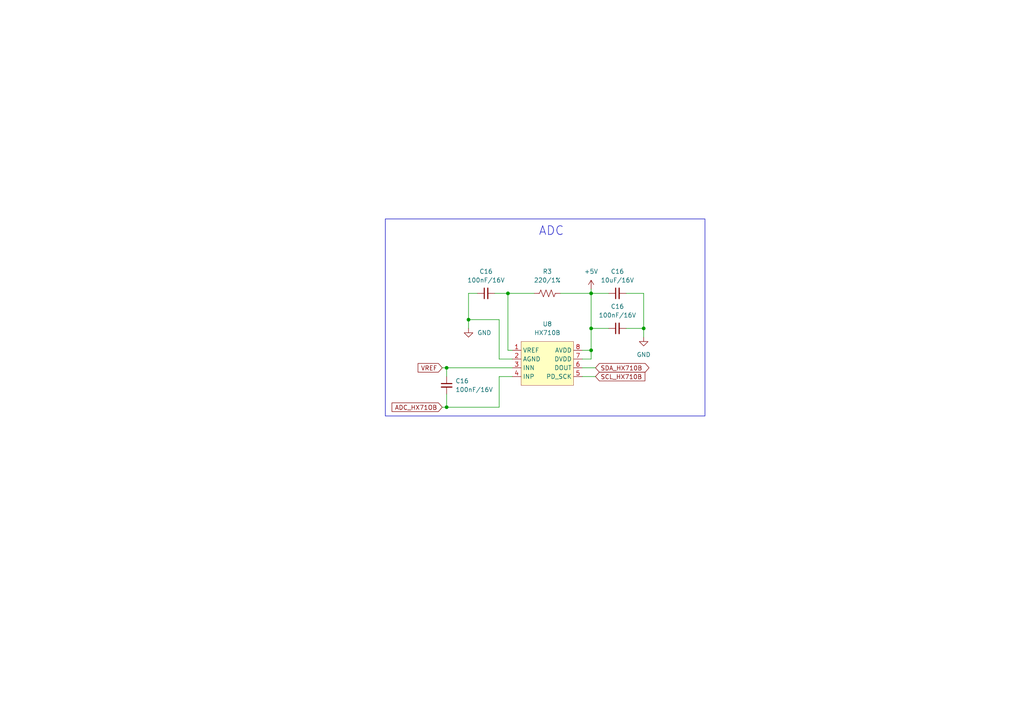
<source format=kicad_sch>
(kicad_sch (version 20230121) (generator eeschema)
  (paper "A4")
  (title_block (title "ADC") (date "2023-12-10"))
  (lib_symbols
    (symbol "Device:C_Small" (pin_numbers hide) (pin_names (offset 0.254) hide)
      (property "Reference" "C" (at 0.254 1.778 0))
      (property "Value" "C_Small" (at 0.254 -2.032 0))
      (symbol "C_Small_0_1"
        (polyline (pts (xy -1.524 -0.508) (xy 1.524 -0.508)) (stroke (width 0.3302)))
        (polyline (pts (xy -1.524 0.508) (xy 1.524 0.508)) (stroke (width 0.3048)))
      )
      (symbol "C_Small_1_1"
        (pin passive line (at 0 2.54 270) (length 2.032) (name "~") (number "1"))
        (pin passive line (at 0 -2.54 90) (length 2.032) (name "~") (number "2"))
      )
    )
    (symbol "Device:R_US" (pin_numbers hide) (pin_names (offset 0))
      (property "Reference" "R" (at 2.54 0 90))
      (property "Value" "R_US" (at -2.54 0 90))
      (symbol "R_US_0_1"
        (polyline (pts (xy 0 -2.286) (xy 0 -2.54)))
        (polyline (pts (xy 0 2.286) (xy 0 2.54)))
        (polyline (pts (xy 0 -0.762) (xy 1.016 -1.143) (xy 0 -1.524) (xy -1.016 -1.905) (xy 0 -2.286)))
        (polyline (pts (xy 0 0.762) (xy 1.016 0.381) (xy 0 0) (xy -1.016 -0.381) (xy 0 -0.762)))
        (polyline (pts (xy 0 2.286) (xy 1.016 1.905) (xy 0 1.524) (xy -1.016 1.143) (xy 0 0.762)))
      )
      (symbol "R_US_1_1"
        (pin passive line (at 0 3.81 270) (length 1.27) (name "~") (number "1"))
        (pin passive line (at 0 -3.81 90) (length 1.27) (name "~") (number "2"))
      )
    )
    (symbol "HX710B:HX107B"
      (property "Reference" "U" (at 1.27 6.35 0))
      (property "Value" "HX710B" (at 13.97 -8.89 0))
      (symbol "HX107B_1_1"
        (rectangle (start 0 5.08) (end 15.24 -7.62) (stroke (width 0.0254)) (fill (type background)))
        (pin passive line (at -2.54 2.54 0) (length 2.54) (name "VREF") (number "1"))
        (pin passive line (at -2.54 0 0) (length 2.54) (name "AGND") (number "2"))
        (pin input line (at -2.54 -2.54 0) (length 2.54) (name "INN") (number "3"))
        (pin input line (at -2.54 -5.08 0) (length 2.54) (name "INP") (number "4"))
        (pin input line (at 17.78 -5.08 180) (length 2.54) (name "PD_SCK") (number "5"))
        (pin output line (at 17.78 -2.54 180) (length 2.54) (name "DOUT") (number "6"))
        (pin passive line (at 17.78 0 180) (length 2.54) (name "DVDD") (number "7"))
        (pin passive line (at 17.78 2.54 180) (length 2.54) (name "AVDD") (number "8"))
      )
    )
    (symbol "power:+5V" (power) (pin_names (offset 0))
      (property "Value" "+5V" (at 0 3.556 0))
      (symbol "+5V_0_1"
        (polyline (pts (xy -0.762 1.27) (xy 0 2.54)))
        (polyline (pts (xy 0 0) (xy 0 2.54)))
        (polyline (pts (xy 0 2.54) (xy 0.762 1.27)))
      )
      (symbol "+5V_1_1"
        (pin power_in line (at 0 0 90) (length 0) hide (name "+5V") (number "1"))
      )
    )
    (symbol "power:GND" (power) (pin_names (offset 0))
      (property "Value" "GND" (at 0 -3.81 0))
      (symbol "GND_0_1"
        (polyline (pts (xy 0 0) (xy 0 -1.27) (xy 1.27 -1.27) (xy 0 -2.54) (xy -1.27 -1.27) (xy 0 -1.27)))
      )
      (symbol "GND_1_1"
        (pin power_in line (at 0 0 270) (length 0) hide (name "GND") (number "1"))
      )
    )
  )
  (junction (at 135.89 92.71))
  (junction (at 171.45 101.6))
  (junction (at 129.54 106.68))
  (junction (at 147.32 85.09))
  (junction (at 129.54 118.11))
  (junction (at 186.69 95.25))
  (junction (at 171.45 95.25))
  (junction (at 171.45 85.09))
  (wire (pts (xy 129.54 114.3) (xy 129.54 118.11)))
  (wire (pts (xy 129.54 118.11) (xy 144.78 118.11)))
  (wire (pts (xy 168.91 109.22) (xy 172.72 109.22)))
  (wire (pts (xy 128.27 106.68) (xy 129.54 106.68)))
  (wire (pts (xy 147.32 85.09) (xy 147.32 101.6)))
  (wire (pts (xy 171.45 85.09) (xy 176.53 85.09)))
  (wire (pts (xy 129.54 106.68) (xy 148.59 106.68)))
  (wire (pts (xy 171.45 95.25) (xy 176.53 95.25)))
  (wire (pts (xy 144.78 109.22) (xy 148.59 109.22)))
  (wire (pts (xy 144.78 104.14) (xy 148.59 104.14)))
  (wire (pts (xy 135.89 85.09) (xy 138.43 85.09)))
  (wire (pts (xy 171.45 101.6) (xy 171.45 104.14)))
  (wire (pts (xy 135.89 85.09) (xy 135.89 92.71)))
  (wire (pts (xy 144.78 118.11) (xy 144.78 109.22)))
  (wire (pts (xy 135.89 92.71) (xy 144.78 92.71)))
  (wire (pts (xy 129.54 106.68) (xy 129.54 109.22)))
  (wire (pts (xy 181.61 95.25) (xy 186.69 95.25)))
  (wire (pts (xy 143.51 85.09) (xy 147.32 85.09)))
  (wire (pts (xy 186.69 95.25) (xy 186.69 97.79)))
  (wire (pts (xy 144.78 92.71) (xy 144.78 104.14)))
  (wire (pts (xy 171.45 83.82) (xy 171.45 85.09)))
  (wire (pts (xy 171.45 85.09) (xy 171.45 95.25)))
  (wire (pts (xy 171.45 101.6) (xy 168.91 101.6)))
  (wire (pts (xy 171.45 95.25) (xy 171.45 101.6)))
  (wire (pts (xy 147.32 101.6) (xy 148.59 101.6)))
  (wire (pts (xy 171.45 104.14) (xy 168.91 104.14)))
  (wire (pts (xy 168.91 106.68) (xy 172.72 106.68)))
  (wire (pts (xy 128.27 118.11) (xy 129.54 118.11)))
  (wire (pts (xy 162.56 85.09) (xy 171.45 85.09)))
  (wire (pts (xy 186.69 85.09) (xy 181.61 85.09)))
  (wire (pts (xy 135.89 92.71) (xy 135.89 95.25)))
  (wire (pts (xy 186.69 85.09) (xy 186.69 95.25)))
  (wire (pts (xy 147.32 85.09) (xy 154.94 85.09)))
  (rectangle (start 111.76 63.5) (end 204.47 120.65))
  (text "ADC\n" (at 156.21 68.58 0) (effects (font (size 2.54 2.54)) (justify left bottom)))
  (global_label "SCL_HX710B" (shape input) (at 172.72 109.22 0) (property "Intersheetrefs" "${INTERSHEET_REFS}" (effects hide)))
  (global_label "SDA_HX710B" (shape bidirectional) (at 172.72 106.68 0) (property "Intersheetrefs" "${INTERSHEET_REFS}" (effects hide)))
  (global_label "ADC_HX71OB" (shape input) (at 128.27 118.11 180) (property "Intersheetrefs" "${INTERSHEET_REFS}" (effects hide)))
  (global_label "VREF" (shape input) (at 128.27 106.68 180) (property "Intersheetrefs" "${INTERSHEET_REFS}" (effects hide)))
  (symbol (lib_id "Device:C_Small") (at 140.97 85.09 90) (unit 1)
    (property "Reference" "C16" (at 140.9763 78.74 90))
    (property "Value" "100nF/16V" (at 140.9763 81.28 90))
    (property "Footprint" "Capacitor_SMD:C_0603_1608Metric_Pad1.08x0.95mm_HandSolder" (effects hide))
    (property "URL" "https://www.thegioiic.com/tu-gom-0603-100nf-0-1uf-16v" (effects hide))
    (instances (project "Brightness_Meter" (path "" (reference "C16") (unit 1)) (path "" (reference "C19") (unit 1)) (path "" (reference "C41") (unit 1))))
  )
  (symbol (lib_id "Device:C_Small") (at 129.54 111.76 0) (unit 1)
    (property "Reference" "C16" (at 132.08 110.4963 0) (effects (justify left)))
    (property "Value" "100nF/16V" (at 132.08 113.03 0) (effects (justify left)))
    (property "Footprint" "Capacitor_SMD:C_0603_1608Metric_Pad1.08x0.95mm_HandSolder" (effects hide))
    (property "URL" "https://www.thegioiic.com/tu-gom-0603-100nf-0-1uf-16v" (effects hide))
    (instances (project "Brightness_Meter" (path "" (reference "C16") (unit 1)) (path "" (reference "C19") (unit 1)) (path "" (reference "C40") (unit 1))))
  )
  (symbol (lib_id "Device:C_Small") (at 179.07 95.25 90) (unit 1)
    (property "Reference" "C16" (at 179.0763 88.9 90))
    (property "Value" "100nF/16V" (at 179.0763 91.44 90))
    (property "Footprint" "Capacitor_SMD:C_0603_1608Metric_Pad1.08x0.95mm_HandSolder" (effects hide))
    (property "URL" "https://www.thegioiic.com/tu-gom-0603-100nf-0-1uf-16v" (effects hide))
    (instances (project "Brightness_Meter" (path "" (reference "C16") (unit 1)) (path "" (reference "C19") (unit 1)) (path "" (reference "C35") (unit 1)) (path "" (reference "C43") (unit 1))))
  )
  (symbol (lib_id "HX710B:HX107B") (at 151.13 104.14 0) (unit 1)
    (property "Reference" "U8" (at 158.75 93.98 0))
    (property "Value" "HX710B" (at 158.75 96.52 0))
    (property "Footprint" "HX710B:HX710B" (effects hide))
    (property "URL" "https://www.thegioiic.com/hx710b-ic-adc-24-bit-sop-8" (effects hide))
  )
  (symbol (lib_id "Device:R_US") (at 158.75 85.09 90) (unit 1)
    (property "Reference" "R3" (at 158.75 78.74 90))
    (property "Value" "220/1%" (at 158.75 81.28 90))
    (property "Footprint" "Resistor_SMD:R_0603_1608Metric_Pad0.98x0.95mm_HandSolder" (effects hide))
    (property "URL" "https://www.thegioiic.com/dien-tro-220-ohm-0603-1-" (effects hide))
    (instances (project "Brightness_Meter" (path "" (reference "R3") (unit 1)) (path "" (reference "R9") (unit 1)) (path "" (reference "R29") (unit 1))))
  )
  (symbol (lib_id "power:+5V") (at 171.45 83.82 0) (unit 1)
    (property "Reference" "#PWR056" (effects hide))
    (property "Value" "+5V" (at 171.45 78.74 0))
  )
  (symbol (lib_id "power:GND") (at 135.89 95.25 0) (unit 1)
    (property "Reference" "#PWR055" (effects hide))
    (property "Value" "GND" (at 138.43 96.52 0) (effects (justify left)))
  )
  (symbol (lib_id "power:GND") (at 186.69 97.79 0) (unit 1)
    (property "Reference" "#PWR057" (effects hide))
    (property "Value" "GND" (at 186.69 102.87 0))
  )
  (symbol (lib_id "Device:C_Small") (at 179.07 85.09 90) (unit 1)
    (property "Reference" "C16" (at 179.0763 78.74 90))
    (property "Value" "10uF/16V" (at 179.0763 81.28 90))
    (property "Footprint" "Capacitor_SMD:C_0603_1608Metric_Pad1.08x0.95mm_HandSolder" (effects hide))
    (property "URL" "https://www.thegioiic.com/tu-gom-0603-10uf-16v" (effects hide))
    (instances (project "Brightness_Meter" (path "" (reference "C16") (unit 1)) (path "" (reference "C24") (unit 1)) (path "" (reference "C3") (unit 1)) (path "" (reference "C42") (unit 1))))
  )
)
</source>
